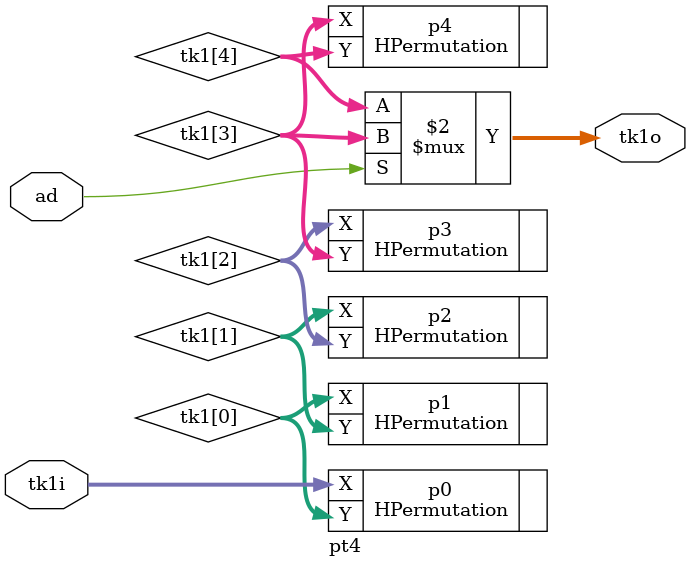
<source format=v>
module pt4 (/*AUTOARG*/
   // Outputs
   tk1o,
   // Inputs
   tk1i, ad
   ) ;
   output [63:0] tk1o;
   input  [63:0] tk1i;
   input 	 ad;

   wire [63:0]   tk1 [4:0];   

   HPermutation p0 (.Y(tk1[0]),.X(tk1i));
   HPermutation p1 (.Y(tk1[1]),.X(tk1[0]));
   HPermutation p2 (.Y(tk1[2]),.X(tk1[1]));
   HPermutation p3 (.Y(tk1[3]),.X(tk1[2]));
   HPermutation p4 (.Y(tk1[4]),.X(tk1[3]));

   assign tk1o = (ad==0) ? tk1[4] : tk1[3];

 
   
endmodule // pt8lfsr228

</source>
